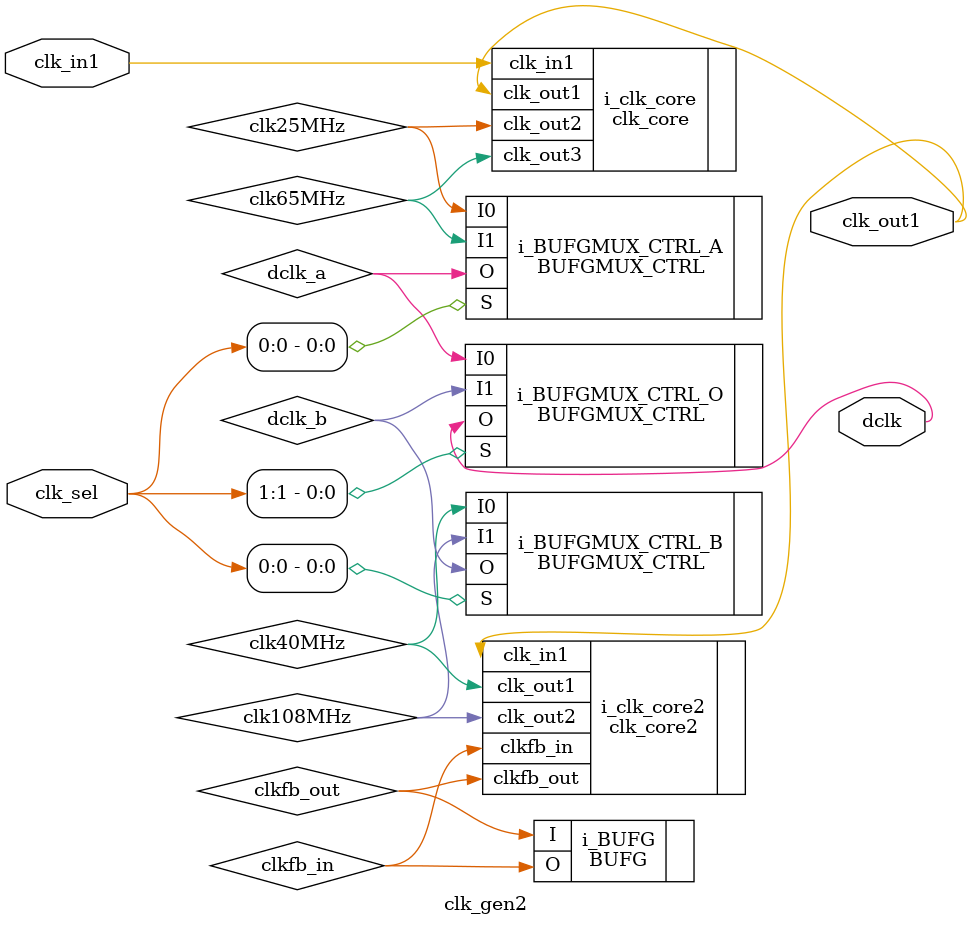
<source format=sv>

module clk_gen2(
    input   logic       clk_in1,      //system clock 100MHz
    input   logic [1:0] clk_sel,        //clock select
    output  logic       clk_out1,       //100MHz
    output  logic       dclk    );      //display clock  25MHz or 65MHz

//internal signal declare
logic   clk25MHz;   //for VGA
logic   clk65MHz;   //for XGA
logic   clk40MHz;   //for SVGA
logic   clk108MHz;  //for SXGA
logic   clkfb_out;  //for PLL feedback out
logic   clkfb_in;   //for PLL feedback in
logic   dclk_a;     //25MHz or 65MHz
logic   dclk_b;     //40MHz or 108MHz


// MMCM instance
clk_core i_clk_core   (
    // Clock out ports
    .clk_out1(clk_out1),     // output clk_out1 100MHz
    .clk_out2(clk25MHz),     // output clk_out2 25MHz
    .clk_out3(clk65MHz),     // output clk_out3 65MHz
   // Clock in ports
    .clk_in1(clk_in1)      // input clk_in1
);

// PLL instance
clk_core2 i_clk_core2   (
    .clkfb_in(clkfb_in),     // input clkfb_in
    // Clock out ports
    .clk_out1(clk40MHz),     // output clk_out1 40MHz
    .clk_out2(clk108MHz),     // output clk_out2 108MHz
    .clkfb_out(clkfb_out),    // output clkfb_out
   // Clock in ports
//    .clk_in1(clk_in1)      // input clk_in1
    .clk_in1(clk_out1)      // input clk_out1
);

//feedback buffer for PLL
BUFG i_BUFG (
      .O(clkfb_in), // 1-bit output: Clock output
      .I(clkfb_out)  // 1-bit input: Clock input
);

//clock select BUFG(VGA/XGA)
BUFGMUX_CTRL i_BUFGMUX_CTRL_A (
    .O(dclk_a),   // 1-bit output: Clock output
    .I0(clk25MHz), // 1-bit input: Clock input (S=0)
    .I1(clk65MHz), // 1-bit input: Clock input (S=1)
    .S(clk_sel[0])    // 1-bit input: Clock select
);

//clock select BUFG(SVGA/SXGA)
BUFGMUX_CTRL i_BUFGMUX_CTRL_B (
    .O(dclk_b),   // 1-bit output: Clock output
    .I0(clk40MHz), // 1-bit input: Clock input (S=0)
    .I1(clk108MHz), // 1-bit input: Clock input (S=1)
    .S(clk_sel[0])    // 1-bit input: Clock select
);
    
//clock select BUFG(VGA/XGA/SVGA/SXGA)
BUFGMUX_CTRL i_BUFGMUX_CTRL_O (
    .O(dclk),   // 1-bit output: Clock output
    .I0(dclk_a), // 1-bit input: Clock input (S=0)
    .I1(dclk_b), // 1-bit input: Clock input (S=1)
    .S(clk_sel[1])    // 1-bit input: Clock select
);


endmodule 

</source>
